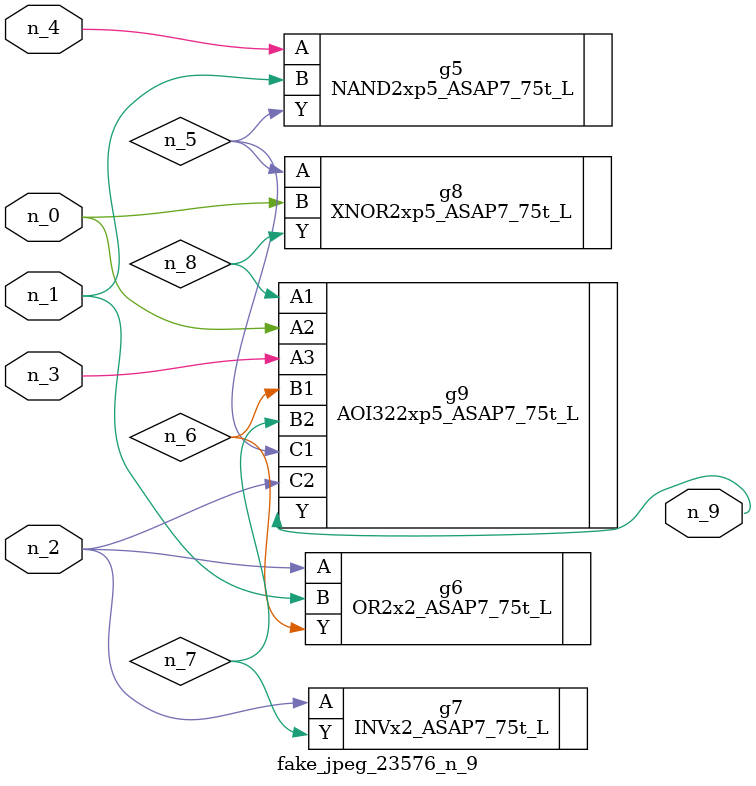
<source format=v>
module fake_jpeg_23576_n_9 (n_3, n_2, n_1, n_0, n_4, n_9);

input n_3;
input n_2;
input n_1;
input n_0;
input n_4;

output n_9;

wire n_8;
wire n_6;
wire n_5;
wire n_7;

NAND2xp5_ASAP7_75t_L g5 ( 
.A(n_4),
.B(n_1),
.Y(n_5)
);

OR2x2_ASAP7_75t_L g6 ( 
.A(n_2),
.B(n_1),
.Y(n_6)
);

INVx2_ASAP7_75t_L g7 ( 
.A(n_2),
.Y(n_7)
);

XNOR2xp5_ASAP7_75t_L g8 ( 
.A(n_5),
.B(n_0),
.Y(n_8)
);

AOI322xp5_ASAP7_75t_L g9 ( 
.A1(n_8),
.A2(n_0),
.A3(n_3),
.B1(n_6),
.B2(n_7),
.C1(n_5),
.C2(n_2),
.Y(n_9)
);


endmodule
</source>
